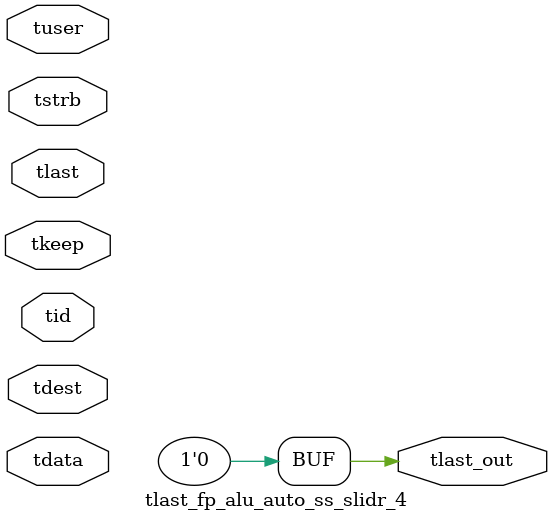
<source format=v>


`timescale 1ps/1ps

module tlast_fp_alu_auto_ss_slidr_4 #
(
parameter C_S_AXIS_TID_WIDTH   = 1,
parameter C_S_AXIS_TUSER_WIDTH = 0,
parameter C_S_AXIS_TDATA_WIDTH = 0,
parameter C_S_AXIS_TDEST_WIDTH = 0
)
(
input  [(C_S_AXIS_TID_WIDTH   == 0 ? 1 : C_S_AXIS_TID_WIDTH)-1:0       ] tid,
input  [(C_S_AXIS_TDATA_WIDTH == 0 ? 1 : C_S_AXIS_TDATA_WIDTH)-1:0     ] tdata,
input  [(C_S_AXIS_TUSER_WIDTH == 0 ? 1 : C_S_AXIS_TUSER_WIDTH)-1:0     ] tuser,
input  [(C_S_AXIS_TDEST_WIDTH == 0 ? 1 : C_S_AXIS_TDEST_WIDTH)-1:0     ] tdest,
input  [(C_S_AXIS_TDATA_WIDTH/8)-1:0 ] tkeep,
input  [(C_S_AXIS_TDATA_WIDTH/8)-1:0 ] tstrb,
input  [0:0]                                                             tlast,
output                                                                   tlast_out
);

assign tlast_out = {1'b0};

endmodule


</source>
